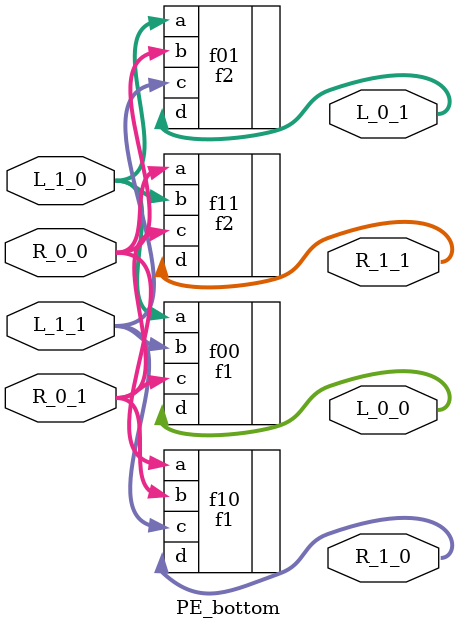
<source format=v>
`timescale 1ns / 1ps

module PE_bottom #(parameter WIDTH = 6)(
    input [WIDTH-1:0]L_1_0,
    input [WIDTH-1:0]L_1_1,
    input [WIDTH-1:0]R_0_0,
    input [WIDTH-1:0]R_0_1,
    output [WIDTH-1:0]L_0_0,
    output [WIDTH-1:0]L_0_1,
    output [WIDTH-1:0]R_1_0,
    output [WIDTH-1:0]R_1_1
);

    f1 #(.WIDTH(WIDTH)) f00(.a(L_1_0),.b(L_1_1),.c(R_0_1),.d(L_0_0));
    f2 #(.WIDTH(WIDTH)) f01(.a(L_1_0),.b(R_0_0),.c(L_1_1),.d(L_0_1));
    f1 #(.WIDTH(WIDTH)) f10(.a(R_0_0),.b(R_0_1),.c(L_1_1),.d(R_1_0));
    f2 #(.WIDTH(WIDTH)) f11(.a(R_0_0),.b(L_1_0),.c(R_0_1),.d(R_1_1));

endmodule
</source>
